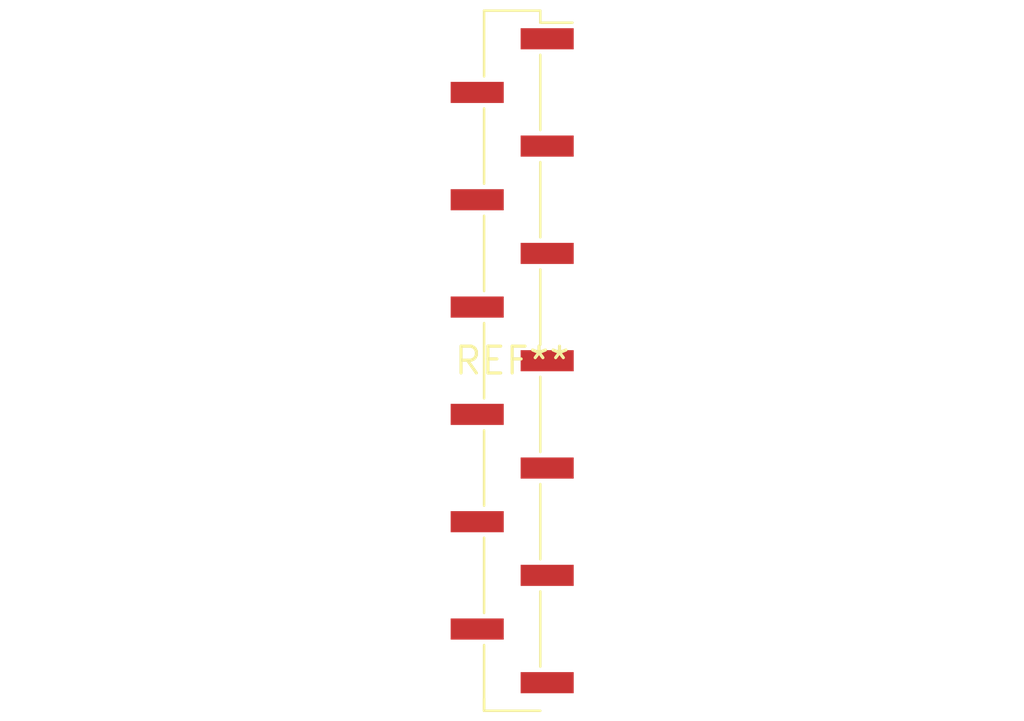
<source format=kicad_pcb>
(kicad_pcb (version 20240108) (generator pcbnew)
  (layers (0 "F.Cu" signal) (31 "B.Cu" signal) (34 "B.Paste" user) (35 "F.Paste" user) (36 "B.SilkS" user "B.Silkscreen") (37 "F.SilkS" user "F.Silkscreen") (38 "B.Mask" user) (39 "F.Mask" user) (44 "Edge.Cuts" user))
  (net 0 "")
  (footprint "PinHeader_1x13_P2.54mm_Vertical_SMD_Pin1Right" (layer "F.Cu") (at 0 0)
    (property "Reference" "REF**")
    (property "Value" "PinHeader_1x13_P2.54mm_Vertical_SMD_Pin1Right")
    (fp_line (start -1.33 -16.57) (end -1.33 -13.46) (layer "F.SilkS") (stroke (width 0.12)))
    (fp_line (start -1.33 -16.57) (end 1.33 -16.57) (layer "F.SilkS") (stroke (width 0.12)))
    (fp_line (start -1.33 -11.94) (end -1.33 -8.38) (layer "F.SilkS") (stroke (width 0.12)))
    (fp_line (start -1.33 -6.86) (end -1.33 -3.3) (layer "F.SilkS") (stroke (width 0.12)))
    (fp_line (start -1.33 -1.78) (end -1.33 1.78) (layer "F.SilkS") (stroke (width 0.12)))
    (fp_line (start -1.33 3.3) (end -1.33 6.86) (layer "F.SilkS") (stroke (width 0.12)))
    (fp_line (start -1.33 8.38) (end -1.33 11.94) (layer "F.SilkS") (stroke (width 0.12)))
    (fp_line (start -1.33 13.46) (end -1.33 16.57) (layer "F.SilkS") (stroke (width 0.12)))
    (fp_line (start -1.33 16) (end -1.33 16.57) (layer "F.SilkS") (stroke (width 0.12)))
    (fp_line (start -1.33 16.57) (end 1.33 16.57) (layer "F.SilkS") (stroke (width 0.12)))
    (fp_line (start 1.33 -16.57) (end 1.33 -16) (layer "F.SilkS") (stroke (width 0.12)))
    (fp_line (start 1.33 -16) (end 2.85 -16) (layer "F.SilkS") (stroke (width 0.12)))
    (fp_line (start 1.33 -14.48) (end 1.33 -10.92) (layer "F.SilkS") (stroke (width 0.12)))
    (fp_line (start 1.33 -9.4) (end 1.33 -5.84) (layer "F.SilkS") (stroke (width 0.12)))
    (fp_line (start 1.33 -4.32) (end 1.33 -0.76) (layer "F.SilkS") (stroke (width 0.12)))
    (fp_line (start 1.33 0.76) (end 1.33 4.32) (layer "F.SilkS") (stroke (width 0.12)))
    (fp_line (start 1.33 5.84) (end 1.33 9.4) (layer "F.SilkS") (stroke (width 0.12)))
    (fp_line (start 1.33 10.92) (end 1.33 14.48) (layer "F.SilkS") (stroke (width 0.12)))
    (pad "1" smd rect (at 1.655 -15.24) (size 2.51 1) (layers "F.Cu" "F.Paste" "F.Mask"))
    (pad "2" smd rect (at -1.655 -12.7) (size 2.51 1) (layers "F.Cu" "F.Paste" "F.Mask"))
    (pad "3" smd rect (at 1.655 -10.16) (size 2.51 1) (layers "F.Cu" "F.Paste" "F.Mask"))
    (pad "4" smd rect (at -1.655 -7.62) (size 2.51 1) (layers "F.Cu" "F.Paste" "F.Mask"))
    (pad "5" smd rect (at 1.655 -5.08) (size 2.51 1) (layers "F.Cu" "F.Paste" "F.Mask"))
    (pad "6" smd rect (at -1.655 -2.54) (size 2.51 1) (layers "F.Cu" "F.Paste" "F.Mask"))
    (pad "7" smd rect (at 1.655 0) (size 2.51 1) (layers "F.Cu" "F.Paste" "F.Mask"))
    (pad "8" smd rect (at -1.655 2.54) (size 2.51 1) (layers "F.Cu" "F.Paste" "F.Mask"))
    (pad "9" smd rect (at 1.655 5.08) (size 2.51 1) (layers "F.Cu" "F.Paste" "F.Mask"))
    (pad "10" smd rect (at -1.655 7.62) (size 2.51 1) (layers "F.Cu" "F.Paste" "F.Mask"))
    (pad "11" smd rect (at 1.655 10.16) (size 2.51 1) (layers "F.Cu" "F.Paste" "F.Mask"))
    (pad "12" smd rect (at -1.655 12.7) (size 2.51 1) (layers "F.Cu" "F.Paste" "F.Mask"))
    (pad "13" smd rect (at 1.655 15.24) (size 2.51 1) (layers "F.Cu" "F.Paste" "F.Mask"))
  )
)
</source>
